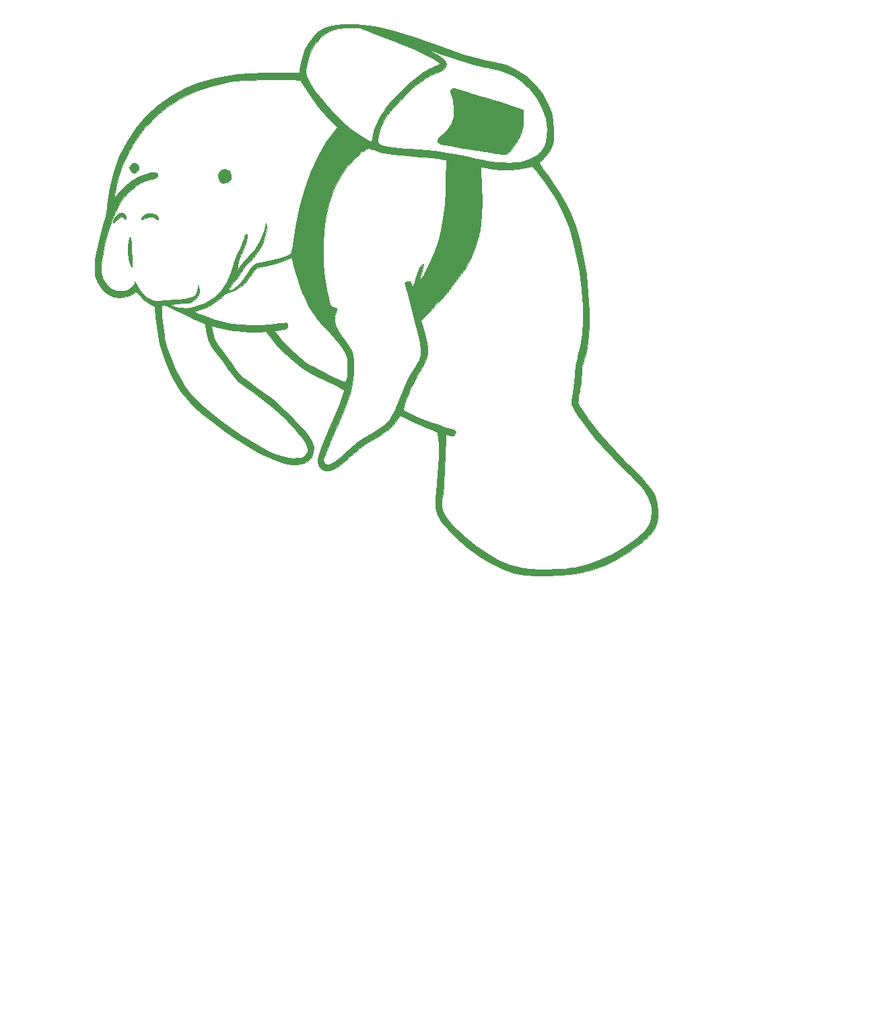
<source format=gto>
G04 #@! TF.GenerationSoftware,KiCad,Pcbnew,(5.1.4-0)*
G04 #@! TF.CreationDate,2021-02-07T23:00:27-05:00*
G04 #@! TF.ProjectId,mxnatee_bot_plate,6d786e61-7465-4655-9f62-6f745f706c61,rev?*
G04 #@! TF.SameCoordinates,Original*
G04 #@! TF.FileFunction,Legend,Top*
G04 #@! TF.FilePolarity,Positive*
%FSLAX46Y46*%
G04 Gerber Fmt 4.6, Leading zero omitted, Abs format (unit mm)*
G04 Created by KiCad (PCBNEW (5.1.4-0)) date 2021-02-07 23:00:27*
%MOMM*%
%LPD*%
G04 APERTURE LIST*
%ADD10C,0.010000*%
%ADD11C,0.150000*%
%ADD12C,6.602000*%
G04 APERTURE END LIST*
D10*
G36*
X79381096Y-33855223D02*
G01*
X79655810Y-33931282D01*
X80023220Y-34040869D01*
X80587502Y-34213623D01*
X81303584Y-34435383D01*
X82126395Y-34691988D01*
X83010863Y-34969278D01*
X83911917Y-35253092D01*
X84784486Y-35529270D01*
X85583498Y-35783650D01*
X86263881Y-36002071D01*
X86741000Y-36157338D01*
X87820500Y-36512500D01*
X87814188Y-37592000D01*
X87767046Y-38425734D01*
X87643464Y-39130493D01*
X87584395Y-39330231D01*
X87351307Y-39878578D01*
X87015579Y-40498655D01*
X86629658Y-41105753D01*
X86245990Y-41615161D01*
X86021087Y-41855221D01*
X85781108Y-42048209D01*
X85548392Y-42128185D01*
X85223844Y-42115816D01*
X84963000Y-42075912D01*
X84757963Y-42042414D01*
X84337501Y-41974531D01*
X83737008Y-41877950D01*
X82991878Y-41758355D01*
X82137506Y-41621432D01*
X81209284Y-41472866D01*
X81089500Y-41453707D01*
X80156211Y-41301898D01*
X79294211Y-41156842D01*
X78538535Y-41024818D01*
X77924217Y-40912103D01*
X77486291Y-40824977D01*
X77259792Y-40769719D01*
X77247750Y-40765223D01*
X76999078Y-40574632D01*
X76994186Y-40313940D01*
X77232875Y-39983701D01*
X77648941Y-39632538D01*
X78312732Y-38991120D01*
X78782512Y-38207698D01*
X79049987Y-37313544D01*
X79106864Y-36339929D01*
X78944850Y-35318126D01*
X78865184Y-35046355D01*
X78720753Y-34578097D01*
X78655624Y-34286315D01*
X78664919Y-34107838D01*
X78743760Y-33979496D01*
X78779887Y-33941683D01*
X78922316Y-33830267D01*
X79096222Y-33801761D01*
X79381096Y-33855223D01*
X79381096Y-33855223D01*
G37*
X79381096Y-33855223D02*
X79655810Y-33931282D01*
X80023220Y-34040869D01*
X80587502Y-34213623D01*
X81303584Y-34435383D01*
X82126395Y-34691988D01*
X83010863Y-34969278D01*
X83911917Y-35253092D01*
X84784486Y-35529270D01*
X85583498Y-35783650D01*
X86263881Y-36002071D01*
X86741000Y-36157338D01*
X87820500Y-36512500D01*
X87814188Y-37592000D01*
X87767046Y-38425734D01*
X87643464Y-39130493D01*
X87584395Y-39330231D01*
X87351307Y-39878578D01*
X87015579Y-40498655D01*
X86629658Y-41105753D01*
X86245990Y-41615161D01*
X86021087Y-41855221D01*
X85781108Y-42048209D01*
X85548392Y-42128185D01*
X85223844Y-42115816D01*
X84963000Y-42075912D01*
X84757963Y-42042414D01*
X84337501Y-41974531D01*
X83737008Y-41877950D01*
X82991878Y-41758355D01*
X82137506Y-41621432D01*
X81209284Y-41472866D01*
X81089500Y-41453707D01*
X80156211Y-41301898D01*
X79294211Y-41156842D01*
X78538535Y-41024818D01*
X77924217Y-40912103D01*
X77486291Y-40824977D01*
X77259792Y-40769719D01*
X77247750Y-40765223D01*
X76999078Y-40574632D01*
X76994186Y-40313940D01*
X77232875Y-39983701D01*
X77648941Y-39632538D01*
X78312732Y-38991120D01*
X78782512Y-38207698D01*
X79049987Y-37313544D01*
X79106864Y-36339929D01*
X78944850Y-35318126D01*
X78865184Y-35046355D01*
X78720753Y-34578097D01*
X78655624Y-34286315D01*
X78664919Y-34107838D01*
X78743760Y-33979496D01*
X78779887Y-33941683D01*
X78922316Y-33830267D01*
X79096222Y-33801761D01*
X79381096Y-33855223D01*
G36*
X39297428Y-43379571D02*
G01*
X39480252Y-43708290D01*
X39419133Y-44049333D01*
X39264749Y-44239816D01*
X38930110Y-44430376D01*
X38627457Y-44369001D01*
X38405821Y-44132500D01*
X38271447Y-43883935D01*
X38293180Y-43688493D01*
X38405821Y-43497500D01*
X38691784Y-43234272D01*
X39019392Y-43207434D01*
X39297428Y-43379571D01*
X39297428Y-43379571D01*
G37*
X39297428Y-43379571D02*
X39480252Y-43708290D01*
X39419133Y-44049333D01*
X39264749Y-44239816D01*
X38930110Y-44430376D01*
X38627457Y-44369001D01*
X38405821Y-44132500D01*
X38271447Y-43883935D01*
X38293180Y-43688493D01*
X38405821Y-43497500D01*
X38691784Y-43234272D01*
X39019392Y-43207434D01*
X39297428Y-43379571D01*
G36*
X50686193Y-44085119D02*
G01*
X50771741Y-44139701D01*
X50984578Y-44426314D01*
X51061999Y-44824450D01*
X51000145Y-45228357D01*
X50821749Y-45509816D01*
X50466854Y-45691665D01*
X50063106Y-45704969D01*
X49713045Y-45555780D01*
X49600701Y-45437741D01*
X49416036Y-45008587D01*
X49431156Y-44601559D01*
X49605896Y-44261177D01*
X49900092Y-44031963D01*
X50273580Y-43958437D01*
X50686193Y-44085119D01*
X50686193Y-44085119D01*
G37*
X50686193Y-44085119D02*
X50771741Y-44139701D01*
X50984578Y-44426314D01*
X51061999Y-44824450D01*
X51000145Y-45228357D01*
X50821749Y-45509816D01*
X50466854Y-45691665D01*
X50063106Y-45704969D01*
X49713045Y-45555780D01*
X49600701Y-45437741D01*
X49416036Y-45008587D01*
X49431156Y-44601559D01*
X49605896Y-44261177D01*
X49900092Y-44031963D01*
X50273580Y-43958437D01*
X50686193Y-44085119D01*
G36*
X41428402Y-49594490D02*
G01*
X41746286Y-49801863D01*
X41903455Y-50108971D01*
X41910000Y-50193901D01*
X41896054Y-50347719D01*
X41813159Y-50348745D01*
X41599731Y-50193357D01*
X41575372Y-50174217D01*
X41195360Y-49960602D01*
X40796886Y-49938799D01*
X40310576Y-50107832D01*
X40214950Y-50155083D01*
X39916705Y-50295371D01*
X39786493Y-50312577D01*
X39773156Y-50211964D01*
X39775347Y-50200292D01*
X39898422Y-49991927D01*
X40144136Y-49755819D01*
X40164231Y-49740553D01*
X40571995Y-49546857D01*
X41015178Y-49503829D01*
X41428402Y-49594490D01*
X41428402Y-49594490D01*
G37*
X41428402Y-49594490D02*
X41746286Y-49801863D01*
X41903455Y-50108971D01*
X41910000Y-50193901D01*
X41896054Y-50347719D01*
X41813159Y-50348745D01*
X41599731Y-50193357D01*
X41575372Y-50174217D01*
X41195360Y-49960602D01*
X40796886Y-49938799D01*
X40310576Y-50107832D01*
X40214950Y-50155083D01*
X39916705Y-50295371D01*
X39786493Y-50312577D01*
X39773156Y-50211964D01*
X39775347Y-50200292D01*
X39898422Y-49991927D01*
X40144136Y-49755819D01*
X40164231Y-49740553D01*
X40571995Y-49546857D01*
X41015178Y-49503829D01*
X41428402Y-49594490D01*
G36*
X37616450Y-49585320D02*
G01*
X37799141Y-49868589D01*
X37825201Y-50149013D01*
X37756377Y-50278103D01*
X37629385Y-50212455D01*
X37576163Y-50132192D01*
X37423681Y-49953830D01*
X37230740Y-49947606D01*
X36956480Y-50124834D01*
X36676604Y-50381274D01*
X36393225Y-50639659D01*
X36243379Y-50720990D01*
X36195415Y-50641159D01*
X36195000Y-50623119D01*
X36289691Y-50261718D01*
X36522903Y-49880701D01*
X36818340Y-49595989D01*
X36901706Y-49549368D01*
X37294051Y-49470415D01*
X37616450Y-49585320D01*
X37616450Y-49585320D01*
G37*
X37616450Y-49585320D02*
X37799141Y-49868589D01*
X37825201Y-50149013D01*
X37756377Y-50278103D01*
X37629385Y-50212455D01*
X37576163Y-50132192D01*
X37423681Y-49953830D01*
X37230740Y-49947606D01*
X36956480Y-50124834D01*
X36676604Y-50381274D01*
X36393225Y-50639659D01*
X36243379Y-50720990D01*
X36195415Y-50641159D01*
X36195000Y-50623119D01*
X36289691Y-50261718D01*
X36522903Y-49880701D01*
X36818340Y-49595989D01*
X36901706Y-49549368D01*
X37294051Y-49470415D01*
X37616450Y-49585320D01*
G36*
X38418664Y-52554877D02*
G01*
X38451217Y-52770245D01*
X38481397Y-53165263D01*
X38514302Y-53768098D01*
X38538772Y-54268196D01*
X38567823Y-54955576D01*
X38585269Y-55549868D01*
X38590412Y-56006568D01*
X38582557Y-56281170D01*
X38571159Y-56340173D01*
X38500426Y-56267135D01*
X38383979Y-56011694D01*
X38281453Y-55729477D01*
X38143555Y-55133173D01*
X38074483Y-54435015D01*
X38075004Y-53725638D01*
X38145890Y-53095673D01*
X38255769Y-52705000D01*
X38326040Y-52550421D01*
X38378638Y-52490991D01*
X38418664Y-52554877D01*
X38418664Y-52554877D01*
G37*
X38418664Y-52554877D02*
X38451217Y-52770245D01*
X38481397Y-53165263D01*
X38514302Y-53768098D01*
X38538772Y-54268196D01*
X38567823Y-54955576D01*
X38585269Y-55549868D01*
X38590412Y-56006568D01*
X38582557Y-56281170D01*
X38571159Y-56340173D01*
X38500426Y-56267135D01*
X38383979Y-56011694D01*
X38281453Y-55729477D01*
X38143555Y-55133173D01*
X38074483Y-54435015D01*
X38075004Y-53725638D01*
X38145890Y-53095673D01*
X38255769Y-52705000D01*
X38326040Y-52550421D01*
X38378638Y-52490991D01*
X38418664Y-52554877D01*
G36*
X66842939Y-25761745D02*
G01*
X67569437Y-25808659D01*
X68307045Y-25891360D01*
X69079815Y-26015967D01*
X69911798Y-26188595D01*
X70827045Y-26415362D01*
X71849607Y-26702384D01*
X73003536Y-27055779D01*
X74312884Y-27481663D01*
X75801700Y-27986153D01*
X77494038Y-28575366D01*
X78165918Y-28812296D01*
X79314883Y-29212100D01*
X80289602Y-29534371D01*
X81151481Y-29796362D01*
X81961927Y-30015328D01*
X82782345Y-30208521D01*
X83674140Y-30393195D01*
X84052094Y-30466169D01*
X85564185Y-30870163D01*
X86945717Y-31477097D01*
X88180127Y-32275734D01*
X89250847Y-33254839D01*
X90141314Y-34403176D01*
X90345020Y-34734500D01*
X90918508Y-35828416D01*
X91306418Y-36855016D01*
X91531196Y-37892729D01*
X91615286Y-39019986D01*
X91617066Y-39179500D01*
X91614343Y-39820212D01*
X91590775Y-40282083D01*
X91534083Y-40640125D01*
X91431985Y-40969352D01*
X91272202Y-41344778D01*
X91257206Y-41377643D01*
X90853641Y-42078102D01*
X90365873Y-42640397D01*
X90339838Y-42663654D01*
X90042525Y-42937320D01*
X89842523Y-43144315D01*
X89789000Y-43223629D01*
X89861285Y-43347226D01*
X90059347Y-43633336D01*
X90354997Y-44042460D01*
X90720045Y-44535096D01*
X90818088Y-44665666D01*
X91620303Y-45787319D01*
X92372118Y-46945719D01*
X93031249Y-48072008D01*
X93555408Y-49097326D01*
X93602514Y-49199897D01*
X94290660Y-50936824D01*
X94876609Y-52872312D01*
X95353552Y-54969517D01*
X95714683Y-57191590D01*
X95953192Y-59501687D01*
X96062272Y-61862962D01*
X96068719Y-62547500D01*
X96057337Y-63789720D01*
X96016044Y-64830052D01*
X95938520Y-65719506D01*
X95818446Y-66509096D01*
X95649502Y-67249834D01*
X95425369Y-67992733D01*
X95376188Y-68137857D01*
X95192143Y-68901656D01*
X95123016Y-69724460D01*
X95123000Y-69736434D01*
X95097110Y-70247706D01*
X95027690Y-70900902D01*
X94927112Y-71590172D01*
X94867284Y-71924194D01*
X94768882Y-72495745D01*
X94705169Y-72992368D01*
X94683096Y-73350325D01*
X94696883Y-73486391D01*
X94780450Y-73661275D01*
X94941605Y-73923475D01*
X95195133Y-74293702D01*
X95555817Y-74792671D01*
X96038442Y-75441095D01*
X96657793Y-76259688D01*
X96951011Y-76644500D01*
X97696488Y-77567090D01*
X98609315Y-78598604D01*
X99702699Y-79753514D01*
X100776314Y-80835500D01*
X101756307Y-81817907D01*
X102562143Y-82658874D01*
X103210235Y-83384886D01*
X103716998Y-84022429D01*
X104098843Y-84597988D01*
X104372185Y-85138049D01*
X104553437Y-85669096D01*
X104659013Y-86217615D01*
X104705325Y-86810092D01*
X104711500Y-87185500D01*
X104700822Y-87781209D01*
X104657252Y-88214381D01*
X104563484Y-88576000D01*
X104402211Y-88957048D01*
X104356632Y-89051141D01*
X104051183Y-89563118D01*
X103627157Y-90076410D01*
X103057009Y-90616965D01*
X102313193Y-91210733D01*
X101368161Y-91883663D01*
X101301668Y-91929022D01*
X99612525Y-92974823D01*
X97929734Y-93797894D01*
X96212488Y-94410351D01*
X94419982Y-94824310D01*
X92511408Y-95051885D01*
X90598201Y-95106895D01*
X89852386Y-95093837D01*
X89123904Y-95069264D01*
X88485194Y-95036392D01*
X88008698Y-94998439D01*
X87918159Y-94987856D01*
X86582050Y-94720371D01*
X85226667Y-94257957D01*
X83827674Y-93589877D01*
X82360735Y-92705392D01*
X81664642Y-92228727D01*
X80935024Y-91678269D01*
X80176779Y-91047283D01*
X79427927Y-90372903D01*
X78726484Y-89692264D01*
X78110469Y-89042500D01*
X77617901Y-88460743D01*
X77286796Y-87984129D01*
X77249119Y-87915886D01*
X77020166Y-87442624D01*
X76867243Y-87009016D01*
X76784023Y-86556602D01*
X76764182Y-86026925D01*
X76801397Y-85361526D01*
X76884441Y-84545107D01*
X76988099Y-83493893D01*
X77071927Y-82372534D01*
X77133606Y-81239660D01*
X77170817Y-80153902D01*
X77181241Y-79173889D01*
X77162560Y-78358251D01*
X77141935Y-78034641D01*
X77057562Y-77022927D01*
X76089031Y-76659908D01*
X75565823Y-76451608D01*
X74908346Y-76172200D01*
X74210449Y-75862278D01*
X73709491Y-75630706D01*
X72298482Y-74964523D01*
X71716951Y-75766379D01*
X71384237Y-76195268D01*
X71037646Y-76566056D01*
X70633575Y-76912649D01*
X70128425Y-77268954D01*
X69478594Y-77668880D01*
X68697414Y-78114579D01*
X67930939Y-78573909D01*
X67228656Y-79070539D01*
X66507946Y-79666178D01*
X65986501Y-80139362D01*
X65176977Y-80862339D01*
X64497956Y-81392464D01*
X63926273Y-81739127D01*
X63438764Y-81911717D01*
X63012263Y-81919625D01*
X62623605Y-81772239D01*
X62383116Y-81599986D01*
X62163207Y-81388936D01*
X62010658Y-81162211D01*
X61930710Y-80893716D01*
X61928603Y-80557360D01*
X62009581Y-80127049D01*
X62178882Y-79576688D01*
X62441750Y-78880186D01*
X62803425Y-78011448D01*
X63269149Y-76944381D01*
X63359052Y-76741367D01*
X63853173Y-75609124D01*
X64286226Y-74580481D01*
X64649863Y-73677306D01*
X64935734Y-72921469D01*
X65135492Y-72334838D01*
X65240787Y-71939282D01*
X65252705Y-71780950D01*
X65121298Y-71645858D01*
X64782530Y-71436477D01*
X64266205Y-71169459D01*
X63626600Y-70872330D01*
X62983749Y-70582644D01*
X62371038Y-70299984D01*
X61853481Y-70054761D01*
X61496091Y-69877385D01*
X61468000Y-69862606D01*
X59908457Y-68897392D01*
X58415691Y-67698269D01*
X57007713Y-66280602D01*
X56327414Y-65477544D01*
X55441329Y-64374959D01*
X54676414Y-64454951D01*
X54117688Y-64476731D01*
X53381355Y-64452936D01*
X52538454Y-64389865D01*
X51660028Y-64293816D01*
X50817114Y-64171088D01*
X50228500Y-64060575D01*
X49724865Y-63953513D01*
X49271250Y-63857006D01*
X48975920Y-63794094D01*
X48612341Y-63716518D01*
X48705338Y-64275009D01*
X48963210Y-65255240D01*
X49409715Y-66145109D01*
X50014359Y-66940200D01*
X50450206Y-67467777D01*
X50904008Y-68069102D01*
X51282366Y-68620046D01*
X51304358Y-68654700D01*
X51671103Y-69197695D01*
X52053996Y-69668592D01*
X52497740Y-70108951D01*
X53047035Y-70560330D01*
X53746584Y-71064288D01*
X54292500Y-71432750D01*
X55376227Y-72195412D01*
X56431569Y-73032313D01*
X57505754Y-73984136D01*
X58646013Y-75091563D01*
X59208079Y-75666877D01*
X59993811Y-76518082D01*
X60590013Y-77249166D01*
X61014500Y-77886725D01*
X61285085Y-78457354D01*
X61416073Y-78963411D01*
X61406407Y-79628461D01*
X61180160Y-80192460D01*
X60760710Y-80637630D01*
X60171438Y-80946191D01*
X59435725Y-81100364D01*
X58622592Y-81087650D01*
X57730778Y-80931355D01*
X56780038Y-80648026D01*
X55746981Y-80226915D01*
X54608215Y-79657270D01*
X53340347Y-78928342D01*
X51919986Y-78029379D01*
X51808525Y-77956033D01*
X50078412Y-76772631D01*
X48551806Y-75640078D01*
X47236333Y-74564902D01*
X46139620Y-73553631D01*
X45269294Y-72612792D01*
X44728526Y-71896374D01*
X43617043Y-70006195D01*
X42737794Y-68017121D01*
X42095591Y-65943373D01*
X41695245Y-63799169D01*
X41579581Y-62590149D01*
X41510641Y-61511752D01*
X42307991Y-61511752D01*
X42317391Y-61917335D01*
X42350748Y-62462023D01*
X42402917Y-63089527D01*
X42468752Y-63743559D01*
X42543108Y-64367833D01*
X42620840Y-64906059D01*
X42691177Y-65278000D01*
X43027403Y-66482427D01*
X43492310Y-67782178D01*
X44049250Y-69091543D01*
X44661576Y-70324808D01*
X45292640Y-71396265D01*
X45334112Y-71459288D01*
X45871190Y-72154243D01*
X46610787Y-72937668D01*
X47526155Y-73788702D01*
X48590550Y-74686480D01*
X49777224Y-75610140D01*
X51059432Y-76538819D01*
X52410428Y-77451654D01*
X53803465Y-78327781D01*
X55131209Y-79101385D01*
X55906708Y-79488276D01*
X56735595Y-79821664D01*
X57561337Y-80085362D01*
X58327403Y-80263184D01*
X58977261Y-80338943D01*
X59372500Y-80315760D01*
X59707073Y-80273049D01*
X59854522Y-80265734D01*
X60153834Y-80155465D01*
X60444625Y-79886322D01*
X60651422Y-79544450D01*
X60706000Y-79293869D01*
X60621069Y-78831082D01*
X60359269Y-78281284D01*
X59910086Y-77627284D01*
X59263009Y-76851889D01*
X59106277Y-76677824D01*
X57714416Y-75241764D01*
X56248052Y-73901324D01*
X54769758Y-72711674D01*
X53918747Y-72103828D01*
X53117416Y-71551230D01*
X52491663Y-71092745D01*
X52000247Y-70690184D01*
X51601925Y-70305353D01*
X51255454Y-69900061D01*
X50919592Y-69436118D01*
X50730554Y-69151500D01*
X50340373Y-68583997D01*
X49897482Y-67988305D01*
X49483974Y-67473891D01*
X49397177Y-67373500D01*
X48675496Y-66391147D01*
X48189891Y-65354076D01*
X47948885Y-64280649D01*
X47945140Y-64244214D01*
X47861774Y-63400929D01*
X47267137Y-63181003D01*
X46894028Y-63027959D01*
X46377193Y-62796354D01*
X45798864Y-62523644D01*
X45466000Y-62360572D01*
X44566218Y-61914511D01*
X44522811Y-61893416D01*
X46455555Y-61893416D01*
X46916030Y-62129654D01*
X47448009Y-62364018D01*
X48156696Y-62622078D01*
X48968989Y-62881566D01*
X49811790Y-63120213D01*
X50611999Y-63315750D01*
X51171629Y-63426051D01*
X52253000Y-63555066D01*
X53475716Y-63614245D01*
X54736883Y-63603486D01*
X55933606Y-63522684D01*
X56634176Y-63431583D01*
X57171071Y-63353580D01*
X57621971Y-63304797D01*
X57922357Y-63291399D01*
X57999426Y-63301107D01*
X58127572Y-63463135D01*
X58166000Y-63675990D01*
X58133721Y-63868206D01*
X57995692Y-63990920D01*
X57690118Y-64087348D01*
X57524748Y-64124476D01*
X57119859Y-64203986D01*
X56801246Y-64253651D01*
X56699248Y-64262000D01*
X56533975Y-64306568D01*
X56515000Y-64341684D01*
X56592405Y-64464861D01*
X56802303Y-64737963D01*
X57111216Y-65118641D01*
X57428979Y-65497923D01*
X58797836Y-66931893D01*
X60293876Y-68154473D01*
X60893223Y-68563135D01*
X61262122Y-68782978D01*
X61770709Y-69059933D01*
X62372998Y-69371753D01*
X63023003Y-69696195D01*
X63674737Y-70011015D01*
X64282215Y-70293969D01*
X64799449Y-70522812D01*
X65180455Y-70675301D01*
X65370830Y-70729013D01*
X65512589Y-70628348D01*
X65621183Y-70389750D01*
X65663203Y-70109518D01*
X65696409Y-69653896D01*
X65715868Y-69101463D01*
X65718853Y-68834000D01*
X65711292Y-68225129D01*
X65675630Y-67793142D01*
X65598955Y-67461377D01*
X65468352Y-67153173D01*
X65420036Y-67060047D01*
X65022243Y-66406730D01*
X64507925Y-65693268D01*
X63945729Y-65007203D01*
X63404301Y-64436079D01*
X63255411Y-64299563D01*
X62671989Y-63715731D01*
X62048119Y-62968546D01*
X61438504Y-62130161D01*
X60897848Y-61272728D01*
X60723505Y-60960000D01*
X60398658Y-60297797D01*
X60052234Y-59499003D01*
X59709608Y-58631744D01*
X59396155Y-57764145D01*
X59137250Y-56964331D01*
X58958266Y-56300429D01*
X58920337Y-56118891D01*
X58836186Y-55677288D01*
X58766974Y-55329328D01*
X58730922Y-55164123D01*
X58601624Y-55133308D01*
X58280037Y-55231114D01*
X57889860Y-55402280D01*
X57345046Y-55621027D01*
X56690311Y-55826082D01*
X56070609Y-55972378D01*
X55336231Y-56110183D01*
X54805526Y-56223762D01*
X54432377Y-56334945D01*
X54170667Y-56465560D01*
X53974280Y-56637436D01*
X53797099Y-56872404D01*
X53635257Y-57125141D01*
X53312892Y-57598881D01*
X52954799Y-58067710D01*
X52720492Y-58339930D01*
X52325030Y-58686458D01*
X51834027Y-59011007D01*
X51328212Y-59269149D01*
X50888312Y-59416454D01*
X50731192Y-59434759D01*
X50510030Y-59522133D01*
X50195110Y-59748174D01*
X49905692Y-60013928D01*
X49041953Y-60761701D01*
X48086293Y-61313950D01*
X47326027Y-61608721D01*
X46455555Y-61893416D01*
X44522811Y-61893416D01*
X43866066Y-61574251D01*
X43338636Y-61330714D01*
X42957023Y-61174818D01*
X42694320Y-61097486D01*
X42523621Y-61089637D01*
X42418018Y-61142192D01*
X42350606Y-61246072D01*
X42327692Y-61301562D01*
X42307991Y-61511752D01*
X41510641Y-61511752D01*
X41492999Y-61235798D01*
X40780749Y-60871864D01*
X40043893Y-60368164D01*
X39628152Y-59913757D01*
X39369760Y-59584663D01*
X39199790Y-59436305D01*
X39069134Y-59435871D01*
X38993152Y-59489476D01*
X38356362Y-59880191D01*
X37569790Y-60083117D01*
X37147606Y-60110611D01*
X36269718Y-60006661D01*
X35506647Y-59676773D01*
X34857462Y-59120293D01*
X34321233Y-58336571D01*
X34165382Y-58020210D01*
X33971369Y-57350800D01*
X33916549Y-56586520D01*
X34678347Y-56586520D01*
X34686238Y-56976067D01*
X34745537Y-57287896D01*
X34869556Y-57609541D01*
X34985683Y-57854113D01*
X35437086Y-58537581D01*
X36011703Y-59013937D01*
X36688183Y-59268608D01*
X37117213Y-59309000D01*
X37684623Y-59261666D01*
X38136923Y-59089210D01*
X38587906Y-58745951D01*
X38640529Y-58697474D01*
X38891595Y-58382208D01*
X38919281Y-58109742D01*
X38938872Y-58083388D01*
X39054589Y-58247115D01*
X39243180Y-58566807D01*
X39298229Y-58665722D01*
X39813258Y-59475469D01*
X40346457Y-60047849D01*
X40923570Y-60399381D01*
X41570344Y-60546587D01*
X42193457Y-60523484D01*
X42594606Y-60480403D01*
X43167504Y-60431496D01*
X43830202Y-60383291D01*
X44392115Y-60348356D01*
X45262480Y-60274348D01*
X45910294Y-60152740D01*
X46365306Y-59965242D01*
X46657269Y-59693566D01*
X46815933Y-59319423D01*
X46871049Y-58824525D01*
X46871050Y-58824482D01*
X46879100Y-58483500D01*
X47005977Y-58801000D01*
X47079302Y-59301195D01*
X46936748Y-59806326D01*
X46609303Y-60261560D01*
X46127955Y-60612062D01*
X45933982Y-60697920D01*
X45611172Y-60773630D01*
X45151129Y-60828013D01*
X44790982Y-60845659D01*
X44408719Y-60865780D01*
X44018668Y-60907808D01*
X43680692Y-60961571D01*
X43454653Y-61016896D01*
X43400414Y-61063610D01*
X43434000Y-61076252D01*
X43582520Y-61124627D01*
X43878839Y-61228461D01*
X44005500Y-61273837D01*
X44700074Y-61425656D01*
X45509800Y-61446993D01*
X46332105Y-61338182D01*
X46617699Y-61265386D01*
X47847856Y-60779754D01*
X48922125Y-60098170D01*
X49827331Y-59234796D01*
X50550301Y-58203797D01*
X51077861Y-57019335D01*
X51296354Y-56235339D01*
X51568643Y-55315104D01*
X51970632Y-54357874D01*
X52109589Y-54082558D01*
X52373416Y-53551824D01*
X52594758Y-53050928D01*
X52740686Y-52656913D01*
X52774570Y-52526808D01*
X52857906Y-52228975D01*
X52954494Y-52075581D01*
X52973133Y-52070000D01*
X53071581Y-52177742D01*
X53079604Y-52467352D01*
X53009518Y-52888402D01*
X52873638Y-53390464D01*
X52684279Y-53923112D01*
X52453756Y-54435919D01*
X52346797Y-54634697D01*
X52038966Y-55327845D01*
X51890851Y-56095284D01*
X51887213Y-56134000D01*
X51812541Y-56959500D01*
X52054681Y-56439483D01*
X52249816Y-56125395D01*
X52577310Y-55704383D01*
X52983590Y-55242569D01*
X53241277Y-54975012D01*
X54064341Y-54028169D01*
X54688024Y-53013063D01*
X55154631Y-51857260D01*
X55254546Y-51527894D01*
X55480904Y-50736500D01*
X55489952Y-51326372D01*
X55397029Y-52168604D01*
X55115253Y-53073105D01*
X54676462Y-53976402D01*
X54112494Y-54815019D01*
X53455188Y-55525484D01*
X53328412Y-55635701D01*
X52923790Y-56034331D01*
X52556872Y-56495876D01*
X52376357Y-56790989D01*
X52103090Y-57259581D01*
X51778436Y-57721740D01*
X51644438Y-57884809D01*
X51323290Y-58267743D01*
X51021391Y-58658009D01*
X50941740Y-58769250D01*
X50769117Y-59033414D01*
X50740546Y-59151507D01*
X50848775Y-59181477D01*
X50890093Y-59182000D01*
X51270875Y-59073926D01*
X51723432Y-58774166D01*
X52208359Y-58319405D01*
X52686253Y-57746334D01*
X53097026Y-57127149D01*
X53491849Y-56514029D01*
X53856755Y-56100658D01*
X54241749Y-55845688D01*
X54696833Y-55707769D01*
X54841188Y-55684827D01*
X55528765Y-55569224D01*
X56286513Y-55406768D01*
X57029758Y-55218569D01*
X57673827Y-55025737D01*
X58061710Y-54881920D01*
X58416821Y-54713491D01*
X58604325Y-54545143D01*
X58653984Y-54402299D01*
X62627934Y-54402299D01*
X62670233Y-55699535D01*
X62757796Y-56946787D01*
X62888784Y-58069436D01*
X62979390Y-58610500D01*
X63153827Y-59502317D01*
X63296468Y-60173977D01*
X63417354Y-60655850D01*
X63526525Y-60978309D01*
X63634023Y-61171727D01*
X63749888Y-61266476D01*
X63865958Y-61292316D01*
X64206984Y-61372470D01*
X64335051Y-61577762D01*
X64258463Y-61925416D01*
X64216487Y-62019531D01*
X64052379Y-62519690D01*
X64042265Y-63040347D01*
X64196034Y-63615213D01*
X64523575Y-64277996D01*
X65034778Y-65062406D01*
X65160611Y-65237789D01*
X65654581Y-65936853D01*
X66008731Y-66502871D01*
X66245465Y-66998246D01*
X66387187Y-67485378D01*
X66456301Y-68026668D01*
X66475211Y-68684517D01*
X66474565Y-68897500D01*
X66450659Y-69619399D01*
X66383419Y-70325236D01*
X66263778Y-71045096D01*
X66082668Y-71809062D01*
X65831022Y-72647220D01*
X65499771Y-73589654D01*
X65079848Y-74666448D01*
X64562186Y-75907686D01*
X63937716Y-77343453D01*
X63909882Y-77406500D01*
X63586336Y-78145304D01*
X63289502Y-78834872D01*
X63038440Y-79430003D01*
X62852210Y-79885496D01*
X62749871Y-80156150D01*
X62747780Y-80162530D01*
X62672354Y-80640556D01*
X62780931Y-80968871D01*
X63042690Y-81133296D01*
X63426813Y-81119649D01*
X63902482Y-80913751D01*
X64098332Y-80783961D01*
X64389423Y-80552754D01*
X64808162Y-80193995D01*
X65299142Y-79756222D01*
X65806959Y-79287971D01*
X65819792Y-79275918D01*
X66425914Y-78735723D01*
X67015567Y-78263223D01*
X67529078Y-77904579D01*
X67774154Y-77764078D01*
X68696527Y-77262353D01*
X69535343Y-76732019D01*
X70236664Y-76209725D01*
X70717459Y-75764158D01*
X70982698Y-75455839D01*
X71222580Y-75122613D01*
X71456508Y-74726512D01*
X71703887Y-74229568D01*
X71731032Y-74167985D01*
X72729874Y-74167985D01*
X72769602Y-74291622D01*
X72793686Y-74311364D01*
X73222728Y-74547019D01*
X73841790Y-74839829D01*
X74599099Y-75169166D01*
X75442876Y-75514403D01*
X76321348Y-75854911D01*
X77182738Y-76170062D01*
X77975271Y-76439229D01*
X78633678Y-76638086D01*
X79033338Y-76755232D01*
X79237369Y-76853601D01*
X79296199Y-76977440D01*
X79260256Y-77170994D01*
X79256521Y-77184579D01*
X79170718Y-77402104D01*
X79026398Y-77497157D01*
X78757230Y-77488123D01*
X78410637Y-77419022D01*
X78017774Y-77331554D01*
X77939780Y-80353527D01*
X77908370Y-81306483D01*
X77864502Y-82267669D01*
X77811800Y-83177060D01*
X77753888Y-83974630D01*
X77694390Y-84600354D01*
X77672798Y-84775567D01*
X77578511Y-85621703D01*
X77565538Y-86301073D01*
X77654277Y-86873102D01*
X77865126Y-87397216D01*
X78218485Y-87932840D01*
X78734751Y-88539400D01*
X79097928Y-88927290D01*
X80434888Y-90217769D01*
X81831815Y-91358335D01*
X83260892Y-92332430D01*
X84694299Y-93123492D01*
X86104219Y-93714962D01*
X87462834Y-94090278D01*
X87894129Y-94163727D01*
X88758311Y-94251689D01*
X89776444Y-94299612D01*
X90875414Y-94308806D01*
X91982107Y-94280583D01*
X93023409Y-94216254D01*
X93926206Y-94117130D01*
X94337644Y-94048172D01*
X95970706Y-93647868D01*
X97509722Y-93099792D01*
X99013038Y-92378369D01*
X100539000Y-91458024D01*
X101071422Y-91096594D01*
X101972539Y-90445643D01*
X102671159Y-89878479D01*
X103190623Y-89362649D01*
X103554277Y-88865701D01*
X103785463Y-88355183D01*
X103907526Y-87798642D01*
X103943809Y-87163628D01*
X103943678Y-87103634D01*
X103927749Y-86587204D01*
X103870151Y-86182419D01*
X103745262Y-85788053D01*
X103527460Y-85302885D01*
X103445425Y-85135134D01*
X103287105Y-84828610D01*
X103119224Y-84544908D01*
X102918148Y-84256751D01*
X102660241Y-83936867D01*
X102321870Y-83557979D01*
X101879398Y-83092815D01*
X101309192Y-82514100D01*
X100587615Y-81794558D01*
X100324809Y-81534000D01*
X99592076Y-80798268D01*
X98867672Y-80052816D01*
X98186620Y-79335025D01*
X97583943Y-78682277D01*
X97094665Y-78131953D01*
X96759061Y-77728180D01*
X95900389Y-76614140D01*
X95203426Y-75680928D01*
X94661669Y-74919053D01*
X94268618Y-74319024D01*
X94017770Y-73871350D01*
X93902624Y-73566541D01*
X93900361Y-73555137D01*
X93882421Y-73142226D01*
X93938784Y-72564684D01*
X94027987Y-72059275D01*
X94132715Y-71452672D01*
X94228530Y-70717401D01*
X94299961Y-69978710D01*
X94318364Y-69708193D01*
X94425874Y-68652068D01*
X94613063Y-67739541D01*
X94684447Y-67500500D01*
X95012350Y-66204459D01*
X95221109Y-64700444D01*
X95310655Y-63004841D01*
X95280916Y-61134036D01*
X95131821Y-59104415D01*
X94863300Y-56932366D01*
X94733659Y-56095851D01*
X94244063Y-53683130D01*
X93586881Y-51446738D01*
X92751845Y-49363585D01*
X91728686Y-47410585D01*
X90507138Y-45564647D01*
X89465004Y-44248794D01*
X88916317Y-43603089D01*
X88050908Y-43828723D01*
X87178797Y-43984635D01*
X86149519Y-44052182D01*
X85044335Y-44030581D01*
X83944502Y-43919046D01*
X83646880Y-43871297D01*
X83142445Y-43790637D01*
X82740003Y-43740520D01*
X82499340Y-43727732D01*
X82459170Y-43736496D01*
X82446886Y-43877350D01*
X82451461Y-44229290D01*
X82471346Y-44750067D01*
X82504993Y-45397437D01*
X82542057Y-45997543D01*
X82608965Y-48017556D01*
X82536839Y-49900690D01*
X82327929Y-51623365D01*
X81984487Y-53162002D01*
X81802986Y-53740940D01*
X81250808Y-55050384D01*
X80465278Y-56446270D01*
X79445556Y-57929794D01*
X78190803Y-59502148D01*
X76700181Y-61164527D01*
X76262737Y-61623186D01*
X74948348Y-62984873D01*
X75327838Y-64353686D01*
X75591254Y-65425877D01*
X75725769Y-66329739D01*
X75724626Y-67119649D01*
X75581069Y-67849983D01*
X75288339Y-68575117D01*
X74839679Y-69349426D01*
X74676440Y-69595351D01*
X74379506Y-70054473D01*
X74115671Y-70519283D01*
X73860217Y-71042219D01*
X73588425Y-71675718D01*
X73275578Y-72472219D01*
X73095877Y-72948403D01*
X72884313Y-73535607D01*
X72765211Y-73929057D01*
X72729874Y-74167985D01*
X71731032Y-74167985D01*
X71984121Y-73593812D01*
X72316614Y-72781275D01*
X72571650Y-72136000D01*
X72899450Y-71346224D01*
X73253265Y-70572885D01*
X73597930Y-69889112D01*
X73898281Y-69368035D01*
X73915131Y-69342000D01*
X74228230Y-68841525D01*
X74510536Y-68353296D01*
X74712808Y-67963524D01*
X74749347Y-67881500D01*
X74841040Y-67641528D01*
X74907775Y-67399400D01*
X74945599Y-67132963D01*
X74950563Y-66820061D01*
X74918712Y-66438541D01*
X74846097Y-65966247D01*
X74728764Y-65381025D01*
X74562763Y-64660722D01*
X74344142Y-63783181D01*
X74068948Y-62726249D01*
X73733230Y-61467771D01*
X73356167Y-60071000D01*
X73190546Y-59457816D01*
X73047028Y-58923552D01*
X72939842Y-58521381D01*
X72883218Y-58304478D01*
X72880394Y-58293000D01*
X72937028Y-58140257D01*
X73216704Y-58065246D01*
X73227003Y-58064213D01*
X73504999Y-58069405D01*
X73656013Y-58203163D01*
X73746965Y-58445213D01*
X73874424Y-58864500D01*
X74012464Y-58547000D01*
X74117628Y-58266102D01*
X74261015Y-57833991D01*
X74411707Y-57343861D01*
X74412699Y-57340500D01*
X74588445Y-56829650D01*
X74786593Y-56384545D01*
X74980675Y-56052356D01*
X75144225Y-55880254D01*
X75230057Y-55883724D01*
X75229571Y-56028043D01*
X75169283Y-56349488D01*
X75061922Y-56781762D01*
X75047827Y-56833078D01*
X74932520Y-57284711D01*
X74859126Y-57643651D01*
X74842237Y-57837569D01*
X74843869Y-57844109D01*
X74919374Y-57803859D01*
X75081414Y-57583847D01*
X75297840Y-57228879D01*
X75344140Y-57146857D01*
X76048701Y-55789039D01*
X76631007Y-54446271D01*
X77100577Y-53078163D01*
X77466929Y-51644323D01*
X77739582Y-50104360D01*
X77928053Y-48417883D01*
X78041861Y-46544500D01*
X78072745Y-45567796D01*
X78137886Y-42812093D01*
X77835693Y-42743021D01*
X77139800Y-42613018D01*
X76250043Y-42498379D01*
X75147374Y-42397089D01*
X73812744Y-42307136D01*
X73593526Y-42294617D01*
X72112529Y-42181745D01*
X70860438Y-42019998D01*
X69816227Y-41805779D01*
X68958868Y-41535488D01*
X68812721Y-41476387D01*
X68565363Y-41380890D01*
X68372482Y-41358368D01*
X68161548Y-41427515D01*
X67860031Y-41607025D01*
X67576043Y-41795129D01*
X66519202Y-42648632D01*
X65567088Y-43720369D01*
X64728571Y-44993358D01*
X64012523Y-46450615D01*
X63427811Y-48075158D01*
X62983308Y-49850004D01*
X62790981Y-50956877D01*
X62686471Y-51956351D01*
X62632734Y-53129698D01*
X62627934Y-54402299D01*
X58653984Y-54402299D01*
X58694107Y-54286887D01*
X58734854Y-54015138D01*
X59164259Y-51230998D01*
X59705547Y-48671205D01*
X60360236Y-46331336D01*
X61129843Y-44206969D01*
X62015886Y-42293680D01*
X63019883Y-40587048D01*
X63644001Y-39707042D01*
X64400566Y-38710584D01*
X63386167Y-37653963D01*
X62078290Y-36161224D01*
X60844297Y-34494945D01*
X60316909Y-33689627D01*
X59753500Y-32793430D01*
X58637167Y-32702330D01*
X57908172Y-32665826D01*
X56989675Y-32654956D01*
X55941296Y-32667275D01*
X54822656Y-32700337D01*
X53693374Y-32751695D01*
X52613070Y-32818904D01*
X51641366Y-32899517D01*
X50837880Y-32991089D01*
X50554802Y-33033920D01*
X48468065Y-33502241D01*
X46503817Y-34182116D01*
X44673499Y-35065358D01*
X42988548Y-36143780D01*
X41460404Y-37409194D01*
X40100506Y-38853413D01*
X38920292Y-40468252D01*
X38064622Y-41973500D01*
X37604620Y-42993788D01*
X37182040Y-44123624D01*
X36832083Y-45259160D01*
X36589954Y-46296548D01*
X36579340Y-46355000D01*
X36495432Y-46823397D01*
X36423526Y-47219975D01*
X36383772Y-47434500D01*
X36411051Y-47518073D01*
X36566816Y-47383770D01*
X36736399Y-47180500D01*
X37605145Y-46222835D01*
X38552541Y-45436382D01*
X39539987Y-44849050D01*
X40420901Y-44516494D01*
X41059898Y-44371237D01*
X41494809Y-44342771D01*
X41748614Y-44434065D01*
X41844296Y-44648088D01*
X41846500Y-44700622D01*
X41821668Y-44871540D01*
X41712144Y-44994893D01*
X41465384Y-45103166D01*
X41028846Y-45228847D01*
X40964979Y-45245655D01*
X39987253Y-45571510D01*
X39164656Y-46015807D01*
X38406881Y-46631585D01*
X38124302Y-46914080D01*
X37520042Y-47612782D01*
X36992689Y-48377591D01*
X36525325Y-49244798D01*
X36101033Y-50250694D01*
X35702892Y-51431571D01*
X35313986Y-52823720D01*
X35247071Y-53086000D01*
X35069347Y-53849129D01*
X34911343Y-54635121D01*
X34788348Y-55360349D01*
X34715650Y-55941186D01*
X34708555Y-56031719D01*
X34678347Y-56586520D01*
X33916549Y-56586520D01*
X33909278Y-56485152D01*
X33979564Y-55419378D01*
X34182681Y-54149590D01*
X34519083Y-52671902D01*
X34986812Y-50990500D01*
X35183576Y-50251609D01*
X35350352Y-49476045D01*
X35464216Y-48776138D01*
X35492230Y-48514000D01*
X35786591Y-46331013D01*
X36300623Y-44259160D01*
X37027293Y-42308850D01*
X37959571Y-40490492D01*
X39090424Y-38814497D01*
X40412822Y-37291274D01*
X41919731Y-35931233D01*
X43604121Y-34744784D01*
X45458960Y-33742337D01*
X45475431Y-33734637D01*
X46641415Y-33236017D01*
X47829925Y-32825212D01*
X49075286Y-32496444D01*
X50411825Y-32243934D01*
X51873867Y-32061904D01*
X53495739Y-31944574D01*
X55311766Y-31886166D01*
X56509994Y-31877000D01*
X59690000Y-31877000D01*
X59690504Y-31783138D01*
X60453877Y-31783138D01*
X60544581Y-32231565D01*
X60803607Y-32816531D01*
X61206958Y-33508655D01*
X61730640Y-34278555D01*
X62350657Y-35096849D01*
X63043011Y-35934157D01*
X63783708Y-36761095D01*
X64548751Y-37548282D01*
X65314146Y-38266337D01*
X66055894Y-38885878D01*
X66548000Y-39245071D01*
X67031286Y-39562548D01*
X67536903Y-39876901D01*
X68012308Y-40157524D01*
X68404958Y-40373817D01*
X68662309Y-40495174D01*
X68720982Y-40510699D01*
X68774448Y-40397191D01*
X68802887Y-40253854D01*
X69511934Y-40253854D01*
X69530768Y-40505115D01*
X69599280Y-40704896D01*
X69737976Y-40843070D01*
X70006680Y-40956750D01*
X70460340Y-41081820D01*
X70889667Y-41164350D01*
X71504234Y-41247960D01*
X72235431Y-41324937D01*
X73014650Y-41387566D01*
X73377732Y-41409839D01*
X74620002Y-41484846D01*
X75700233Y-41569063D01*
X76684877Y-41671693D01*
X77640386Y-41801939D01*
X78633213Y-41969003D01*
X79729811Y-42182086D01*
X80996632Y-42450392D01*
X81178566Y-42490087D01*
X81917728Y-42649557D01*
X82625574Y-42798264D01*
X83239901Y-42923423D01*
X83698505Y-43012248D01*
X83845566Y-43038308D01*
X84472893Y-43111285D01*
X85226845Y-43151800D01*
X86023491Y-43159876D01*
X86778903Y-43135533D01*
X87409150Y-43078791D01*
X87655498Y-43037352D01*
X88649946Y-42719301D01*
X89486320Y-42227318D01*
X90142645Y-41576716D01*
X90457877Y-41084500D01*
X90645665Y-40547933D01*
X90759054Y-39846913D01*
X90794163Y-39061002D01*
X90747113Y-38269759D01*
X90627589Y-37604173D01*
X90158387Y-36247271D01*
X89486110Y-35003837D01*
X88633498Y-33898120D01*
X87623291Y-32954372D01*
X86478228Y-32196844D01*
X85221048Y-31649787D01*
X84970950Y-31571513D01*
X84514326Y-31453379D01*
X83917814Y-31320716D01*
X83292536Y-31197851D01*
X83139649Y-31170631D01*
X82443546Y-31024668D01*
X81568212Y-30801930D01*
X80570512Y-30519321D01*
X79507307Y-30193750D01*
X78435460Y-29842123D01*
X77411834Y-29481346D01*
X77222751Y-29411391D01*
X76716136Y-29227678D01*
X76306507Y-29089234D01*
X76046120Y-29013129D01*
X75980938Y-29005728D01*
X76064441Y-29079514D01*
X76323560Y-29238150D01*
X76707602Y-29451156D01*
X76827716Y-29514866D01*
X77434936Y-29868223D01*
X77828891Y-30189471D01*
X78041579Y-30512548D01*
X78105000Y-30869574D01*
X78063011Y-31124752D01*
X77911957Y-31340935D01*
X77614203Y-31547154D01*
X77132115Y-31772441D01*
X76724984Y-31934105D01*
X76084157Y-32230336D01*
X75383631Y-32636235D01*
X74819984Y-33024485D01*
X73935744Y-33745492D01*
X73035700Y-34574649D01*
X72165601Y-35462839D01*
X71371197Y-36360943D01*
X70698236Y-37219843D01*
X70192468Y-37990422D01*
X70188998Y-37996486D01*
X69931304Y-38536015D01*
X69718614Y-39145244D01*
X69571850Y-39744436D01*
X69511934Y-40253854D01*
X68802887Y-40253854D01*
X68833243Y-40100864D01*
X68873604Y-39784968D01*
X69021389Y-39118203D01*
X69326129Y-38329074D01*
X69761845Y-37471430D01*
X70302557Y-36599124D01*
X70636128Y-36131500D01*
X71263355Y-35361000D01*
X71997833Y-34566528D01*
X72802515Y-33779501D01*
X73640354Y-33031334D01*
X74474303Y-32353442D01*
X75267315Y-31777240D01*
X75982343Y-31334144D01*
X76582339Y-31055570D01*
X76647673Y-31033796D01*
X77016250Y-30894371D01*
X77252999Y-30759521D01*
X77305131Y-30678243D01*
X77148230Y-30504951D01*
X76779125Y-30256441D01*
X76224110Y-29944879D01*
X75509476Y-29582427D01*
X74661517Y-29181250D01*
X73706525Y-28753514D01*
X72670793Y-28311381D01*
X71580613Y-27867017D01*
X70462278Y-27432586D01*
X69596000Y-27111585D01*
X68928503Y-26865445D01*
X68342903Y-26641307D01*
X67882028Y-26456212D01*
X67588706Y-26327204D01*
X67506850Y-26280252D01*
X67312637Y-26216557D01*
X66927897Y-26178561D01*
X66414753Y-26165847D01*
X65835333Y-26177993D01*
X65251760Y-26214580D01*
X64726160Y-26275190D01*
X64577974Y-26300030D01*
X63667873Y-26542869D01*
X62909533Y-26925043D01*
X62219833Y-27489211D01*
X62175706Y-27532890D01*
X61629350Y-28215123D01*
X61151797Y-29069097D01*
X60775301Y-30015196D01*
X60532114Y-30973806D01*
X60453877Y-31783138D01*
X59690504Y-31783138D01*
X59691877Y-31527750D01*
X59732756Y-31121323D01*
X59837500Y-30568374D01*
X59984143Y-29961437D01*
X60150720Y-29393049D01*
X60287264Y-29019500D01*
X60667123Y-28291819D01*
X61165173Y-27581789D01*
X61717695Y-26971677D01*
X62149361Y-26615416D01*
X62764416Y-26259624D01*
X63443247Y-26005447D01*
X64233808Y-25842322D01*
X65184055Y-25759687D01*
X66103500Y-25744502D01*
X66842939Y-25761745D01*
X66842939Y-25761745D01*
G37*
X66842939Y-25761745D02*
X67569437Y-25808659D01*
X68307045Y-25891360D01*
X69079815Y-26015967D01*
X69911798Y-26188595D01*
X70827045Y-26415362D01*
X71849607Y-26702384D01*
X73003536Y-27055779D01*
X74312884Y-27481663D01*
X75801700Y-27986153D01*
X77494038Y-28575366D01*
X78165918Y-28812296D01*
X79314883Y-29212100D01*
X80289602Y-29534371D01*
X81151481Y-29796362D01*
X81961927Y-30015328D01*
X82782345Y-30208521D01*
X83674140Y-30393195D01*
X84052094Y-30466169D01*
X85564185Y-30870163D01*
X86945717Y-31477097D01*
X88180127Y-32275734D01*
X89250847Y-33254839D01*
X90141314Y-34403176D01*
X90345020Y-34734500D01*
X90918508Y-35828416D01*
X91306418Y-36855016D01*
X91531196Y-37892729D01*
X91615286Y-39019986D01*
X91617066Y-39179500D01*
X91614343Y-39820212D01*
X91590775Y-40282083D01*
X91534083Y-40640125D01*
X91431985Y-40969352D01*
X91272202Y-41344778D01*
X91257206Y-41377643D01*
X90853641Y-42078102D01*
X90365873Y-42640397D01*
X90339838Y-42663654D01*
X90042525Y-42937320D01*
X89842523Y-43144315D01*
X89789000Y-43223629D01*
X89861285Y-43347226D01*
X90059347Y-43633336D01*
X90354997Y-44042460D01*
X90720045Y-44535096D01*
X90818088Y-44665666D01*
X91620303Y-45787319D01*
X92372118Y-46945719D01*
X93031249Y-48072008D01*
X93555408Y-49097326D01*
X93602514Y-49199897D01*
X94290660Y-50936824D01*
X94876609Y-52872312D01*
X95353552Y-54969517D01*
X95714683Y-57191590D01*
X95953192Y-59501687D01*
X96062272Y-61862962D01*
X96068719Y-62547500D01*
X96057337Y-63789720D01*
X96016044Y-64830052D01*
X95938520Y-65719506D01*
X95818446Y-66509096D01*
X95649502Y-67249834D01*
X95425369Y-67992733D01*
X95376188Y-68137857D01*
X95192143Y-68901656D01*
X95123016Y-69724460D01*
X95123000Y-69736434D01*
X95097110Y-70247706D01*
X95027690Y-70900902D01*
X94927112Y-71590172D01*
X94867284Y-71924194D01*
X94768882Y-72495745D01*
X94705169Y-72992368D01*
X94683096Y-73350325D01*
X94696883Y-73486391D01*
X94780450Y-73661275D01*
X94941605Y-73923475D01*
X95195133Y-74293702D01*
X95555817Y-74792671D01*
X96038442Y-75441095D01*
X96657793Y-76259688D01*
X96951011Y-76644500D01*
X97696488Y-77567090D01*
X98609315Y-78598604D01*
X99702699Y-79753514D01*
X100776314Y-80835500D01*
X101756307Y-81817907D01*
X102562143Y-82658874D01*
X103210235Y-83384886D01*
X103716998Y-84022429D01*
X104098843Y-84597988D01*
X104372185Y-85138049D01*
X104553437Y-85669096D01*
X104659013Y-86217615D01*
X104705325Y-86810092D01*
X104711500Y-87185500D01*
X104700822Y-87781209D01*
X104657252Y-88214381D01*
X104563484Y-88576000D01*
X104402211Y-88957048D01*
X104356632Y-89051141D01*
X104051183Y-89563118D01*
X103627157Y-90076410D01*
X103057009Y-90616965D01*
X102313193Y-91210733D01*
X101368161Y-91883663D01*
X101301668Y-91929022D01*
X99612525Y-92974823D01*
X97929734Y-93797894D01*
X96212488Y-94410351D01*
X94419982Y-94824310D01*
X92511408Y-95051885D01*
X90598201Y-95106895D01*
X89852386Y-95093837D01*
X89123904Y-95069264D01*
X88485194Y-95036392D01*
X88008698Y-94998439D01*
X87918159Y-94987856D01*
X86582050Y-94720371D01*
X85226667Y-94257957D01*
X83827674Y-93589877D01*
X82360735Y-92705392D01*
X81664642Y-92228727D01*
X80935024Y-91678269D01*
X80176779Y-91047283D01*
X79427927Y-90372903D01*
X78726484Y-89692264D01*
X78110469Y-89042500D01*
X77617901Y-88460743D01*
X77286796Y-87984129D01*
X77249119Y-87915886D01*
X77020166Y-87442624D01*
X76867243Y-87009016D01*
X76784023Y-86556602D01*
X76764182Y-86026925D01*
X76801397Y-85361526D01*
X76884441Y-84545107D01*
X76988099Y-83493893D01*
X77071927Y-82372534D01*
X77133606Y-81239660D01*
X77170817Y-80153902D01*
X77181241Y-79173889D01*
X77162560Y-78358251D01*
X77141935Y-78034641D01*
X77057562Y-77022927D01*
X76089031Y-76659908D01*
X75565823Y-76451608D01*
X74908346Y-76172200D01*
X74210449Y-75862278D01*
X73709491Y-75630706D01*
X72298482Y-74964523D01*
X71716951Y-75766379D01*
X71384237Y-76195268D01*
X71037646Y-76566056D01*
X70633575Y-76912649D01*
X70128425Y-77268954D01*
X69478594Y-77668880D01*
X68697414Y-78114579D01*
X67930939Y-78573909D01*
X67228656Y-79070539D01*
X66507946Y-79666178D01*
X65986501Y-80139362D01*
X65176977Y-80862339D01*
X64497956Y-81392464D01*
X63926273Y-81739127D01*
X63438764Y-81911717D01*
X63012263Y-81919625D01*
X62623605Y-81772239D01*
X62383116Y-81599986D01*
X62163207Y-81388936D01*
X62010658Y-81162211D01*
X61930710Y-80893716D01*
X61928603Y-80557360D01*
X62009581Y-80127049D01*
X62178882Y-79576688D01*
X62441750Y-78880186D01*
X62803425Y-78011448D01*
X63269149Y-76944381D01*
X63359052Y-76741367D01*
X63853173Y-75609124D01*
X64286226Y-74580481D01*
X64649863Y-73677306D01*
X64935734Y-72921469D01*
X65135492Y-72334838D01*
X65240787Y-71939282D01*
X65252705Y-71780950D01*
X65121298Y-71645858D01*
X64782530Y-71436477D01*
X64266205Y-71169459D01*
X63626600Y-70872330D01*
X62983749Y-70582644D01*
X62371038Y-70299984D01*
X61853481Y-70054761D01*
X61496091Y-69877385D01*
X61468000Y-69862606D01*
X59908457Y-68897392D01*
X58415691Y-67698269D01*
X57007713Y-66280602D01*
X56327414Y-65477544D01*
X55441329Y-64374959D01*
X54676414Y-64454951D01*
X54117688Y-64476731D01*
X53381355Y-64452936D01*
X52538454Y-64389865D01*
X51660028Y-64293816D01*
X50817114Y-64171088D01*
X50228500Y-64060575D01*
X49724865Y-63953513D01*
X49271250Y-63857006D01*
X48975920Y-63794094D01*
X48612341Y-63716518D01*
X48705338Y-64275009D01*
X48963210Y-65255240D01*
X49409715Y-66145109D01*
X50014359Y-66940200D01*
X50450206Y-67467777D01*
X50904008Y-68069102D01*
X51282366Y-68620046D01*
X51304358Y-68654700D01*
X51671103Y-69197695D01*
X52053996Y-69668592D01*
X52497740Y-70108951D01*
X53047035Y-70560330D01*
X53746584Y-71064288D01*
X54292500Y-71432750D01*
X55376227Y-72195412D01*
X56431569Y-73032313D01*
X57505754Y-73984136D01*
X58646013Y-75091563D01*
X59208079Y-75666877D01*
X59993811Y-76518082D01*
X60590013Y-77249166D01*
X61014500Y-77886725D01*
X61285085Y-78457354D01*
X61416073Y-78963411D01*
X61406407Y-79628461D01*
X61180160Y-80192460D01*
X60760710Y-80637630D01*
X60171438Y-80946191D01*
X59435725Y-81100364D01*
X58622592Y-81087650D01*
X57730778Y-80931355D01*
X56780038Y-80648026D01*
X55746981Y-80226915D01*
X54608215Y-79657270D01*
X53340347Y-78928342D01*
X51919986Y-78029379D01*
X51808525Y-77956033D01*
X50078412Y-76772631D01*
X48551806Y-75640078D01*
X47236333Y-74564902D01*
X46139620Y-73553631D01*
X45269294Y-72612792D01*
X44728526Y-71896374D01*
X43617043Y-70006195D01*
X42737794Y-68017121D01*
X42095591Y-65943373D01*
X41695245Y-63799169D01*
X41579581Y-62590149D01*
X41510641Y-61511752D01*
X42307991Y-61511752D01*
X42317391Y-61917335D01*
X42350748Y-62462023D01*
X42402917Y-63089527D01*
X42468752Y-63743559D01*
X42543108Y-64367833D01*
X42620840Y-64906059D01*
X42691177Y-65278000D01*
X43027403Y-66482427D01*
X43492310Y-67782178D01*
X44049250Y-69091543D01*
X44661576Y-70324808D01*
X45292640Y-71396265D01*
X45334112Y-71459288D01*
X45871190Y-72154243D01*
X46610787Y-72937668D01*
X47526155Y-73788702D01*
X48590550Y-74686480D01*
X49777224Y-75610140D01*
X51059432Y-76538819D01*
X52410428Y-77451654D01*
X53803465Y-78327781D01*
X55131209Y-79101385D01*
X55906708Y-79488276D01*
X56735595Y-79821664D01*
X57561337Y-80085362D01*
X58327403Y-80263184D01*
X58977261Y-80338943D01*
X59372500Y-80315760D01*
X59707073Y-80273049D01*
X59854522Y-80265734D01*
X60153834Y-80155465D01*
X60444625Y-79886322D01*
X60651422Y-79544450D01*
X60706000Y-79293869D01*
X60621069Y-78831082D01*
X60359269Y-78281284D01*
X59910086Y-77627284D01*
X59263009Y-76851889D01*
X59106277Y-76677824D01*
X57714416Y-75241764D01*
X56248052Y-73901324D01*
X54769758Y-72711674D01*
X53918747Y-72103828D01*
X53117416Y-71551230D01*
X52491663Y-71092745D01*
X52000247Y-70690184D01*
X51601925Y-70305353D01*
X51255454Y-69900061D01*
X50919592Y-69436118D01*
X50730554Y-69151500D01*
X50340373Y-68583997D01*
X49897482Y-67988305D01*
X49483974Y-67473891D01*
X49397177Y-67373500D01*
X48675496Y-66391147D01*
X48189891Y-65354076D01*
X47948885Y-64280649D01*
X47945140Y-64244214D01*
X47861774Y-63400929D01*
X47267137Y-63181003D01*
X46894028Y-63027959D01*
X46377193Y-62796354D01*
X45798864Y-62523644D01*
X45466000Y-62360572D01*
X44566218Y-61914511D01*
X44522811Y-61893416D01*
X46455555Y-61893416D01*
X46916030Y-62129654D01*
X47448009Y-62364018D01*
X48156696Y-62622078D01*
X48968989Y-62881566D01*
X49811790Y-63120213D01*
X50611999Y-63315750D01*
X51171629Y-63426051D01*
X52253000Y-63555066D01*
X53475716Y-63614245D01*
X54736883Y-63603486D01*
X55933606Y-63522684D01*
X56634176Y-63431583D01*
X57171071Y-63353580D01*
X57621971Y-63304797D01*
X57922357Y-63291399D01*
X57999426Y-63301107D01*
X58127572Y-63463135D01*
X58166000Y-63675990D01*
X58133721Y-63868206D01*
X57995692Y-63990920D01*
X57690118Y-64087348D01*
X57524748Y-64124476D01*
X57119859Y-64203986D01*
X56801246Y-64253651D01*
X56699248Y-64262000D01*
X56533975Y-64306568D01*
X56515000Y-64341684D01*
X56592405Y-64464861D01*
X56802303Y-64737963D01*
X57111216Y-65118641D01*
X57428979Y-65497923D01*
X58797836Y-66931893D01*
X60293876Y-68154473D01*
X60893223Y-68563135D01*
X61262122Y-68782978D01*
X61770709Y-69059933D01*
X62372998Y-69371753D01*
X63023003Y-69696195D01*
X63674737Y-70011015D01*
X64282215Y-70293969D01*
X64799449Y-70522812D01*
X65180455Y-70675301D01*
X65370830Y-70729013D01*
X65512589Y-70628348D01*
X65621183Y-70389750D01*
X65663203Y-70109518D01*
X65696409Y-69653896D01*
X65715868Y-69101463D01*
X65718853Y-68834000D01*
X65711292Y-68225129D01*
X65675630Y-67793142D01*
X65598955Y-67461377D01*
X65468352Y-67153173D01*
X65420036Y-67060047D01*
X65022243Y-66406730D01*
X64507925Y-65693268D01*
X63945729Y-65007203D01*
X63404301Y-64436079D01*
X63255411Y-64299563D01*
X62671989Y-63715731D01*
X62048119Y-62968546D01*
X61438504Y-62130161D01*
X60897848Y-61272728D01*
X60723505Y-60960000D01*
X60398658Y-60297797D01*
X60052234Y-59499003D01*
X59709608Y-58631744D01*
X59396155Y-57764145D01*
X59137250Y-56964331D01*
X58958266Y-56300429D01*
X58920337Y-56118891D01*
X58836186Y-55677288D01*
X58766974Y-55329328D01*
X58730922Y-55164123D01*
X58601624Y-55133308D01*
X58280037Y-55231114D01*
X57889860Y-55402280D01*
X57345046Y-55621027D01*
X56690311Y-55826082D01*
X56070609Y-55972378D01*
X55336231Y-56110183D01*
X54805526Y-56223762D01*
X54432377Y-56334945D01*
X54170667Y-56465560D01*
X53974280Y-56637436D01*
X53797099Y-56872404D01*
X53635257Y-57125141D01*
X53312892Y-57598881D01*
X52954799Y-58067710D01*
X52720492Y-58339930D01*
X52325030Y-58686458D01*
X51834027Y-59011007D01*
X51328212Y-59269149D01*
X50888312Y-59416454D01*
X50731192Y-59434759D01*
X50510030Y-59522133D01*
X50195110Y-59748174D01*
X49905692Y-60013928D01*
X49041953Y-60761701D01*
X48086293Y-61313950D01*
X47326027Y-61608721D01*
X46455555Y-61893416D01*
X44522811Y-61893416D01*
X43866066Y-61574251D01*
X43338636Y-61330714D01*
X42957023Y-61174818D01*
X42694320Y-61097486D01*
X42523621Y-61089637D01*
X42418018Y-61142192D01*
X42350606Y-61246072D01*
X42327692Y-61301562D01*
X42307991Y-61511752D01*
X41510641Y-61511752D01*
X41492999Y-61235798D01*
X40780749Y-60871864D01*
X40043893Y-60368164D01*
X39628152Y-59913757D01*
X39369760Y-59584663D01*
X39199790Y-59436305D01*
X39069134Y-59435871D01*
X38993152Y-59489476D01*
X38356362Y-59880191D01*
X37569790Y-60083117D01*
X37147606Y-60110611D01*
X36269718Y-60006661D01*
X35506647Y-59676773D01*
X34857462Y-59120293D01*
X34321233Y-58336571D01*
X34165382Y-58020210D01*
X33971369Y-57350800D01*
X33916549Y-56586520D01*
X34678347Y-56586520D01*
X34686238Y-56976067D01*
X34745537Y-57287896D01*
X34869556Y-57609541D01*
X34985683Y-57854113D01*
X35437086Y-58537581D01*
X36011703Y-59013937D01*
X36688183Y-59268608D01*
X37117213Y-59309000D01*
X37684623Y-59261666D01*
X38136923Y-59089210D01*
X38587906Y-58745951D01*
X38640529Y-58697474D01*
X38891595Y-58382208D01*
X38919281Y-58109742D01*
X38938872Y-58083388D01*
X39054589Y-58247115D01*
X39243180Y-58566807D01*
X39298229Y-58665722D01*
X39813258Y-59475469D01*
X40346457Y-60047849D01*
X40923570Y-60399381D01*
X41570344Y-60546587D01*
X42193457Y-60523484D01*
X42594606Y-60480403D01*
X43167504Y-60431496D01*
X43830202Y-60383291D01*
X44392115Y-60348356D01*
X45262480Y-60274348D01*
X45910294Y-60152740D01*
X46365306Y-59965242D01*
X46657269Y-59693566D01*
X46815933Y-59319423D01*
X46871049Y-58824525D01*
X46871050Y-58824482D01*
X46879100Y-58483500D01*
X47005977Y-58801000D01*
X47079302Y-59301195D01*
X46936748Y-59806326D01*
X46609303Y-60261560D01*
X46127955Y-60612062D01*
X45933982Y-60697920D01*
X45611172Y-60773630D01*
X45151129Y-60828013D01*
X44790982Y-60845659D01*
X44408719Y-60865780D01*
X44018668Y-60907808D01*
X43680692Y-60961571D01*
X43454653Y-61016896D01*
X43400414Y-61063610D01*
X43434000Y-61076252D01*
X43582520Y-61124627D01*
X43878839Y-61228461D01*
X44005500Y-61273837D01*
X44700074Y-61425656D01*
X45509800Y-61446993D01*
X46332105Y-61338182D01*
X46617699Y-61265386D01*
X47847856Y-60779754D01*
X48922125Y-60098170D01*
X49827331Y-59234796D01*
X50550301Y-58203797D01*
X51077861Y-57019335D01*
X51296354Y-56235339D01*
X51568643Y-55315104D01*
X51970632Y-54357874D01*
X52109589Y-54082558D01*
X52373416Y-53551824D01*
X52594758Y-53050928D01*
X52740686Y-52656913D01*
X52774570Y-52526808D01*
X52857906Y-52228975D01*
X52954494Y-52075581D01*
X52973133Y-52070000D01*
X53071581Y-52177742D01*
X53079604Y-52467352D01*
X53009518Y-52888402D01*
X52873638Y-53390464D01*
X52684279Y-53923112D01*
X52453756Y-54435919D01*
X52346797Y-54634697D01*
X52038966Y-55327845D01*
X51890851Y-56095284D01*
X51887213Y-56134000D01*
X51812541Y-56959500D01*
X52054681Y-56439483D01*
X52249816Y-56125395D01*
X52577310Y-55704383D01*
X52983590Y-55242569D01*
X53241277Y-54975012D01*
X54064341Y-54028169D01*
X54688024Y-53013063D01*
X55154631Y-51857260D01*
X55254546Y-51527894D01*
X55480904Y-50736500D01*
X55489952Y-51326372D01*
X55397029Y-52168604D01*
X55115253Y-53073105D01*
X54676462Y-53976402D01*
X54112494Y-54815019D01*
X53455188Y-55525484D01*
X53328412Y-55635701D01*
X52923790Y-56034331D01*
X52556872Y-56495876D01*
X52376357Y-56790989D01*
X52103090Y-57259581D01*
X51778436Y-57721740D01*
X51644438Y-57884809D01*
X51323290Y-58267743D01*
X51021391Y-58658009D01*
X50941740Y-58769250D01*
X50769117Y-59033414D01*
X50740546Y-59151507D01*
X50848775Y-59181477D01*
X50890093Y-59182000D01*
X51270875Y-59073926D01*
X51723432Y-58774166D01*
X52208359Y-58319405D01*
X52686253Y-57746334D01*
X53097026Y-57127149D01*
X53491849Y-56514029D01*
X53856755Y-56100658D01*
X54241749Y-55845688D01*
X54696833Y-55707769D01*
X54841188Y-55684827D01*
X55528765Y-55569224D01*
X56286513Y-55406768D01*
X57029758Y-55218569D01*
X57673827Y-55025737D01*
X58061710Y-54881920D01*
X58416821Y-54713491D01*
X58604325Y-54545143D01*
X58653984Y-54402299D01*
X62627934Y-54402299D01*
X62670233Y-55699535D01*
X62757796Y-56946787D01*
X62888784Y-58069436D01*
X62979390Y-58610500D01*
X63153827Y-59502317D01*
X63296468Y-60173977D01*
X63417354Y-60655850D01*
X63526525Y-60978309D01*
X63634023Y-61171727D01*
X63749888Y-61266476D01*
X63865958Y-61292316D01*
X64206984Y-61372470D01*
X64335051Y-61577762D01*
X64258463Y-61925416D01*
X64216487Y-62019531D01*
X64052379Y-62519690D01*
X64042265Y-63040347D01*
X64196034Y-63615213D01*
X64523575Y-64277996D01*
X65034778Y-65062406D01*
X65160611Y-65237789D01*
X65654581Y-65936853D01*
X66008731Y-66502871D01*
X66245465Y-66998246D01*
X66387187Y-67485378D01*
X66456301Y-68026668D01*
X66475211Y-68684517D01*
X66474565Y-68897500D01*
X66450659Y-69619399D01*
X66383419Y-70325236D01*
X66263778Y-71045096D01*
X66082668Y-71809062D01*
X65831022Y-72647220D01*
X65499771Y-73589654D01*
X65079848Y-74666448D01*
X64562186Y-75907686D01*
X63937716Y-77343453D01*
X63909882Y-77406500D01*
X63586336Y-78145304D01*
X63289502Y-78834872D01*
X63038440Y-79430003D01*
X62852210Y-79885496D01*
X62749871Y-80156150D01*
X62747780Y-80162530D01*
X62672354Y-80640556D01*
X62780931Y-80968871D01*
X63042690Y-81133296D01*
X63426813Y-81119649D01*
X63902482Y-80913751D01*
X64098332Y-80783961D01*
X64389423Y-80552754D01*
X64808162Y-80193995D01*
X65299142Y-79756222D01*
X65806959Y-79287971D01*
X65819792Y-79275918D01*
X66425914Y-78735723D01*
X67015567Y-78263223D01*
X67529078Y-77904579D01*
X67774154Y-77764078D01*
X68696527Y-77262353D01*
X69535343Y-76732019D01*
X70236664Y-76209725D01*
X70717459Y-75764158D01*
X70982698Y-75455839D01*
X71222580Y-75122613D01*
X71456508Y-74726512D01*
X71703887Y-74229568D01*
X71731032Y-74167985D01*
X72729874Y-74167985D01*
X72769602Y-74291622D01*
X72793686Y-74311364D01*
X73222728Y-74547019D01*
X73841790Y-74839829D01*
X74599099Y-75169166D01*
X75442876Y-75514403D01*
X76321348Y-75854911D01*
X77182738Y-76170062D01*
X77975271Y-76439229D01*
X78633678Y-76638086D01*
X79033338Y-76755232D01*
X79237369Y-76853601D01*
X79296199Y-76977440D01*
X79260256Y-77170994D01*
X79256521Y-77184579D01*
X79170718Y-77402104D01*
X79026398Y-77497157D01*
X78757230Y-77488123D01*
X78410637Y-77419022D01*
X78017774Y-77331554D01*
X77939780Y-80353527D01*
X77908370Y-81306483D01*
X77864502Y-82267669D01*
X77811800Y-83177060D01*
X77753888Y-83974630D01*
X77694390Y-84600354D01*
X77672798Y-84775567D01*
X77578511Y-85621703D01*
X77565538Y-86301073D01*
X77654277Y-86873102D01*
X77865126Y-87397216D01*
X78218485Y-87932840D01*
X78734751Y-88539400D01*
X79097928Y-88927290D01*
X80434888Y-90217769D01*
X81831815Y-91358335D01*
X83260892Y-92332430D01*
X84694299Y-93123492D01*
X86104219Y-93714962D01*
X87462834Y-94090278D01*
X87894129Y-94163727D01*
X88758311Y-94251689D01*
X89776444Y-94299612D01*
X90875414Y-94308806D01*
X91982107Y-94280583D01*
X93023409Y-94216254D01*
X93926206Y-94117130D01*
X94337644Y-94048172D01*
X95970706Y-93647868D01*
X97509722Y-93099792D01*
X99013038Y-92378369D01*
X100539000Y-91458024D01*
X101071422Y-91096594D01*
X101972539Y-90445643D01*
X102671159Y-89878479D01*
X103190623Y-89362649D01*
X103554277Y-88865701D01*
X103785463Y-88355183D01*
X103907526Y-87798642D01*
X103943809Y-87163628D01*
X103943678Y-87103634D01*
X103927749Y-86587204D01*
X103870151Y-86182419D01*
X103745262Y-85788053D01*
X103527460Y-85302885D01*
X103445425Y-85135134D01*
X103287105Y-84828610D01*
X103119224Y-84544908D01*
X102918148Y-84256751D01*
X102660241Y-83936867D01*
X102321870Y-83557979D01*
X101879398Y-83092815D01*
X101309192Y-82514100D01*
X100587615Y-81794558D01*
X100324809Y-81534000D01*
X99592076Y-80798268D01*
X98867672Y-80052816D01*
X98186620Y-79335025D01*
X97583943Y-78682277D01*
X97094665Y-78131953D01*
X96759061Y-77728180D01*
X95900389Y-76614140D01*
X95203426Y-75680928D01*
X94661669Y-74919053D01*
X94268618Y-74319024D01*
X94017770Y-73871350D01*
X93902624Y-73566541D01*
X93900361Y-73555137D01*
X93882421Y-73142226D01*
X93938784Y-72564684D01*
X94027987Y-72059275D01*
X94132715Y-71452672D01*
X94228530Y-70717401D01*
X94299961Y-69978710D01*
X94318364Y-69708193D01*
X94425874Y-68652068D01*
X94613063Y-67739541D01*
X94684447Y-67500500D01*
X95012350Y-66204459D01*
X95221109Y-64700444D01*
X95310655Y-63004841D01*
X95280916Y-61134036D01*
X95131821Y-59104415D01*
X94863300Y-56932366D01*
X94733659Y-56095851D01*
X94244063Y-53683130D01*
X93586881Y-51446738D01*
X92751845Y-49363585D01*
X91728686Y-47410585D01*
X90507138Y-45564647D01*
X89465004Y-44248794D01*
X88916317Y-43603089D01*
X88050908Y-43828723D01*
X87178797Y-43984635D01*
X86149519Y-44052182D01*
X85044335Y-44030581D01*
X83944502Y-43919046D01*
X83646880Y-43871297D01*
X83142445Y-43790637D01*
X82740003Y-43740520D01*
X82499340Y-43727732D01*
X82459170Y-43736496D01*
X82446886Y-43877350D01*
X82451461Y-44229290D01*
X82471346Y-44750067D01*
X82504993Y-45397437D01*
X82542057Y-45997543D01*
X82608965Y-48017556D01*
X82536839Y-49900690D01*
X82327929Y-51623365D01*
X81984487Y-53162002D01*
X81802986Y-53740940D01*
X81250808Y-55050384D01*
X80465278Y-56446270D01*
X79445556Y-57929794D01*
X78190803Y-59502148D01*
X76700181Y-61164527D01*
X76262737Y-61623186D01*
X74948348Y-62984873D01*
X75327838Y-64353686D01*
X75591254Y-65425877D01*
X75725769Y-66329739D01*
X75724626Y-67119649D01*
X75581069Y-67849983D01*
X75288339Y-68575117D01*
X74839679Y-69349426D01*
X74676440Y-69595351D01*
X74379506Y-70054473D01*
X74115671Y-70519283D01*
X73860217Y-71042219D01*
X73588425Y-71675718D01*
X73275578Y-72472219D01*
X73095877Y-72948403D01*
X72884313Y-73535607D01*
X72765211Y-73929057D01*
X72729874Y-74167985D01*
X71731032Y-74167985D01*
X71984121Y-73593812D01*
X72316614Y-72781275D01*
X72571650Y-72136000D01*
X72899450Y-71346224D01*
X73253265Y-70572885D01*
X73597930Y-69889112D01*
X73898281Y-69368035D01*
X73915131Y-69342000D01*
X74228230Y-68841525D01*
X74510536Y-68353296D01*
X74712808Y-67963524D01*
X74749347Y-67881500D01*
X74841040Y-67641528D01*
X74907775Y-67399400D01*
X74945599Y-67132963D01*
X74950563Y-66820061D01*
X74918712Y-66438541D01*
X74846097Y-65966247D01*
X74728764Y-65381025D01*
X74562763Y-64660722D01*
X74344142Y-63783181D01*
X74068948Y-62726249D01*
X73733230Y-61467771D01*
X73356167Y-60071000D01*
X73190546Y-59457816D01*
X73047028Y-58923552D01*
X72939842Y-58521381D01*
X72883218Y-58304478D01*
X72880394Y-58293000D01*
X72937028Y-58140257D01*
X73216704Y-58065246D01*
X73227003Y-58064213D01*
X73504999Y-58069405D01*
X73656013Y-58203163D01*
X73746965Y-58445213D01*
X73874424Y-58864500D01*
X74012464Y-58547000D01*
X74117628Y-58266102D01*
X74261015Y-57833991D01*
X74411707Y-57343861D01*
X74412699Y-57340500D01*
X74588445Y-56829650D01*
X74786593Y-56384545D01*
X74980675Y-56052356D01*
X75144225Y-55880254D01*
X75230057Y-55883724D01*
X75229571Y-56028043D01*
X75169283Y-56349488D01*
X75061922Y-56781762D01*
X75047827Y-56833078D01*
X74932520Y-57284711D01*
X74859126Y-57643651D01*
X74842237Y-57837569D01*
X74843869Y-57844109D01*
X74919374Y-57803859D01*
X75081414Y-57583847D01*
X75297840Y-57228879D01*
X75344140Y-57146857D01*
X76048701Y-55789039D01*
X76631007Y-54446271D01*
X77100577Y-53078163D01*
X77466929Y-51644323D01*
X77739582Y-50104360D01*
X77928053Y-48417883D01*
X78041861Y-46544500D01*
X78072745Y-45567796D01*
X78137886Y-42812093D01*
X77835693Y-42743021D01*
X77139800Y-42613018D01*
X76250043Y-42498379D01*
X75147374Y-42397089D01*
X73812744Y-42307136D01*
X73593526Y-42294617D01*
X72112529Y-42181745D01*
X70860438Y-42019998D01*
X69816227Y-41805779D01*
X68958868Y-41535488D01*
X68812721Y-41476387D01*
X68565363Y-41380890D01*
X68372482Y-41358368D01*
X68161548Y-41427515D01*
X67860031Y-41607025D01*
X67576043Y-41795129D01*
X66519202Y-42648632D01*
X65567088Y-43720369D01*
X64728571Y-44993358D01*
X64012523Y-46450615D01*
X63427811Y-48075158D01*
X62983308Y-49850004D01*
X62790981Y-50956877D01*
X62686471Y-51956351D01*
X62632734Y-53129698D01*
X62627934Y-54402299D01*
X58653984Y-54402299D01*
X58694107Y-54286887D01*
X58734854Y-54015138D01*
X59164259Y-51230998D01*
X59705547Y-48671205D01*
X60360236Y-46331336D01*
X61129843Y-44206969D01*
X62015886Y-42293680D01*
X63019883Y-40587048D01*
X63644001Y-39707042D01*
X64400566Y-38710584D01*
X63386167Y-37653963D01*
X62078290Y-36161224D01*
X60844297Y-34494945D01*
X60316909Y-33689627D01*
X59753500Y-32793430D01*
X58637167Y-32702330D01*
X57908172Y-32665826D01*
X56989675Y-32654956D01*
X55941296Y-32667275D01*
X54822656Y-32700337D01*
X53693374Y-32751695D01*
X52613070Y-32818904D01*
X51641366Y-32899517D01*
X50837880Y-32991089D01*
X50554802Y-33033920D01*
X48468065Y-33502241D01*
X46503817Y-34182116D01*
X44673499Y-35065358D01*
X42988548Y-36143780D01*
X41460404Y-37409194D01*
X40100506Y-38853413D01*
X38920292Y-40468252D01*
X38064622Y-41973500D01*
X37604620Y-42993788D01*
X37182040Y-44123624D01*
X36832083Y-45259160D01*
X36589954Y-46296548D01*
X36579340Y-46355000D01*
X36495432Y-46823397D01*
X36423526Y-47219975D01*
X36383772Y-47434500D01*
X36411051Y-47518073D01*
X36566816Y-47383770D01*
X36736399Y-47180500D01*
X37605145Y-46222835D01*
X38552541Y-45436382D01*
X39539987Y-44849050D01*
X40420901Y-44516494D01*
X41059898Y-44371237D01*
X41494809Y-44342771D01*
X41748614Y-44434065D01*
X41844296Y-44648088D01*
X41846500Y-44700622D01*
X41821668Y-44871540D01*
X41712144Y-44994893D01*
X41465384Y-45103166D01*
X41028846Y-45228847D01*
X40964979Y-45245655D01*
X39987253Y-45571510D01*
X39164656Y-46015807D01*
X38406881Y-46631585D01*
X38124302Y-46914080D01*
X37520042Y-47612782D01*
X36992689Y-48377591D01*
X36525325Y-49244798D01*
X36101033Y-50250694D01*
X35702892Y-51431571D01*
X35313986Y-52823720D01*
X35247071Y-53086000D01*
X35069347Y-53849129D01*
X34911343Y-54635121D01*
X34788348Y-55360349D01*
X34715650Y-55941186D01*
X34708555Y-56031719D01*
X34678347Y-56586520D01*
X33916549Y-56586520D01*
X33909278Y-56485152D01*
X33979564Y-55419378D01*
X34182681Y-54149590D01*
X34519083Y-52671902D01*
X34986812Y-50990500D01*
X35183576Y-50251609D01*
X35350352Y-49476045D01*
X35464216Y-48776138D01*
X35492230Y-48514000D01*
X35786591Y-46331013D01*
X36300623Y-44259160D01*
X37027293Y-42308850D01*
X37959571Y-40490492D01*
X39090424Y-38814497D01*
X40412822Y-37291274D01*
X41919731Y-35931233D01*
X43604121Y-34744784D01*
X45458960Y-33742337D01*
X45475431Y-33734637D01*
X46641415Y-33236017D01*
X47829925Y-32825212D01*
X49075286Y-32496444D01*
X50411825Y-32243934D01*
X51873867Y-32061904D01*
X53495739Y-31944574D01*
X55311766Y-31886166D01*
X56509994Y-31877000D01*
X59690000Y-31877000D01*
X59690504Y-31783138D01*
X60453877Y-31783138D01*
X60544581Y-32231565D01*
X60803607Y-32816531D01*
X61206958Y-33508655D01*
X61730640Y-34278555D01*
X62350657Y-35096849D01*
X63043011Y-35934157D01*
X63783708Y-36761095D01*
X64548751Y-37548282D01*
X65314146Y-38266337D01*
X66055894Y-38885878D01*
X66548000Y-39245071D01*
X67031286Y-39562548D01*
X67536903Y-39876901D01*
X68012308Y-40157524D01*
X68404958Y-40373817D01*
X68662309Y-40495174D01*
X68720982Y-40510699D01*
X68774448Y-40397191D01*
X68802887Y-40253854D01*
X69511934Y-40253854D01*
X69530768Y-40505115D01*
X69599280Y-40704896D01*
X69737976Y-40843070D01*
X70006680Y-40956750D01*
X70460340Y-41081820D01*
X70889667Y-41164350D01*
X71504234Y-41247960D01*
X72235431Y-41324937D01*
X73014650Y-41387566D01*
X73377732Y-41409839D01*
X74620002Y-41484846D01*
X75700233Y-41569063D01*
X76684877Y-41671693D01*
X77640386Y-41801939D01*
X78633213Y-41969003D01*
X79729811Y-42182086D01*
X80996632Y-42450392D01*
X81178566Y-42490087D01*
X81917728Y-42649557D01*
X82625574Y-42798264D01*
X83239901Y-42923423D01*
X83698505Y-43012248D01*
X83845566Y-43038308D01*
X84472893Y-43111285D01*
X85226845Y-43151800D01*
X86023491Y-43159876D01*
X86778903Y-43135533D01*
X87409150Y-43078791D01*
X87655498Y-43037352D01*
X88649946Y-42719301D01*
X89486320Y-42227318D01*
X90142645Y-41576716D01*
X90457877Y-41084500D01*
X90645665Y-40547933D01*
X90759054Y-39846913D01*
X90794163Y-39061002D01*
X90747113Y-38269759D01*
X90627589Y-37604173D01*
X90158387Y-36247271D01*
X89486110Y-35003837D01*
X88633498Y-33898120D01*
X87623291Y-32954372D01*
X86478228Y-32196844D01*
X85221048Y-31649787D01*
X84970950Y-31571513D01*
X84514326Y-31453379D01*
X83917814Y-31320716D01*
X83292536Y-31197851D01*
X83139649Y-31170631D01*
X82443546Y-31024668D01*
X81568212Y-30801930D01*
X80570512Y-30519321D01*
X79507307Y-30193750D01*
X78435460Y-29842123D01*
X77411834Y-29481346D01*
X77222751Y-29411391D01*
X76716136Y-29227678D01*
X76306507Y-29089234D01*
X76046120Y-29013129D01*
X75980938Y-29005728D01*
X76064441Y-29079514D01*
X76323560Y-29238150D01*
X76707602Y-29451156D01*
X76827716Y-29514866D01*
X77434936Y-29868223D01*
X77828891Y-30189471D01*
X78041579Y-30512548D01*
X78105000Y-30869574D01*
X78063011Y-31124752D01*
X77911957Y-31340935D01*
X77614203Y-31547154D01*
X77132115Y-31772441D01*
X76724984Y-31934105D01*
X76084157Y-32230336D01*
X75383631Y-32636235D01*
X74819984Y-33024485D01*
X73935744Y-33745492D01*
X73035700Y-34574649D01*
X72165601Y-35462839D01*
X71371197Y-36360943D01*
X70698236Y-37219843D01*
X70192468Y-37990422D01*
X70188998Y-37996486D01*
X69931304Y-38536015D01*
X69718614Y-39145244D01*
X69571850Y-39744436D01*
X69511934Y-40253854D01*
X68802887Y-40253854D01*
X68833243Y-40100864D01*
X68873604Y-39784968D01*
X69021389Y-39118203D01*
X69326129Y-38329074D01*
X69761845Y-37471430D01*
X70302557Y-36599124D01*
X70636128Y-36131500D01*
X71263355Y-35361000D01*
X71997833Y-34566528D01*
X72802515Y-33779501D01*
X73640354Y-33031334D01*
X74474303Y-32353442D01*
X75267315Y-31777240D01*
X75982343Y-31334144D01*
X76582339Y-31055570D01*
X76647673Y-31033796D01*
X77016250Y-30894371D01*
X77252999Y-30759521D01*
X77305131Y-30678243D01*
X77148230Y-30504951D01*
X76779125Y-30256441D01*
X76224110Y-29944879D01*
X75509476Y-29582427D01*
X74661517Y-29181250D01*
X73706525Y-28753514D01*
X72670793Y-28311381D01*
X71580613Y-27867017D01*
X70462278Y-27432586D01*
X69596000Y-27111585D01*
X68928503Y-26865445D01*
X68342903Y-26641307D01*
X67882028Y-26456212D01*
X67588706Y-26327204D01*
X67506850Y-26280252D01*
X67312637Y-26216557D01*
X66927897Y-26178561D01*
X66414753Y-26165847D01*
X65835333Y-26177993D01*
X65251760Y-26214580D01*
X64726160Y-26275190D01*
X64577974Y-26300030D01*
X63667873Y-26542869D01*
X62909533Y-26925043D01*
X62219833Y-27489211D01*
X62175706Y-27532890D01*
X61629350Y-28215123D01*
X61151797Y-29069097D01*
X60775301Y-30015196D01*
X60532114Y-30973806D01*
X60453877Y-31783138D01*
X59690504Y-31783138D01*
X59691877Y-31527750D01*
X59732756Y-31121323D01*
X59837500Y-30568374D01*
X59984143Y-29961437D01*
X60150720Y-29393049D01*
X60287264Y-29019500D01*
X60667123Y-28291819D01*
X61165173Y-27581789D01*
X61717695Y-26971677D01*
X62149361Y-26615416D01*
X62764416Y-26259624D01*
X63443247Y-26005447D01*
X64233808Y-25842322D01*
X65184055Y-25759687D01*
X66103500Y-25744502D01*
X66842939Y-25761745D01*
D11*
X106559000Y-35052000D02*
G75*
G03X106559000Y-35052000I-2800000J0D01*
G01*
X125609000Y-98425000D02*
G75*
G03X125609000Y-98425000I-2800000J0D01*
G01*
X131959000Y-145542000D02*
G75*
G03X131959000Y-145542000I-2800000J0D01*
G01*
X73539000Y-106172000D02*
G75*
G03X73539000Y-106172000I-2800000J0D01*
G01*
X46869000Y-91059000D02*
G75*
G03X46869000Y-91059000I-2800000J0D01*
G01*
X30359000Y-34925000D02*
G75*
G03X30359000Y-34925000I-2800000J0D01*
G01*
%LPC*%
D12*
X103759000Y-35052000D03*
X122809000Y-98425000D03*
X129159000Y-145542000D03*
X70739000Y-106172000D03*
X44069000Y-91059000D03*
X27559000Y-34925000D03*
M02*

</source>
